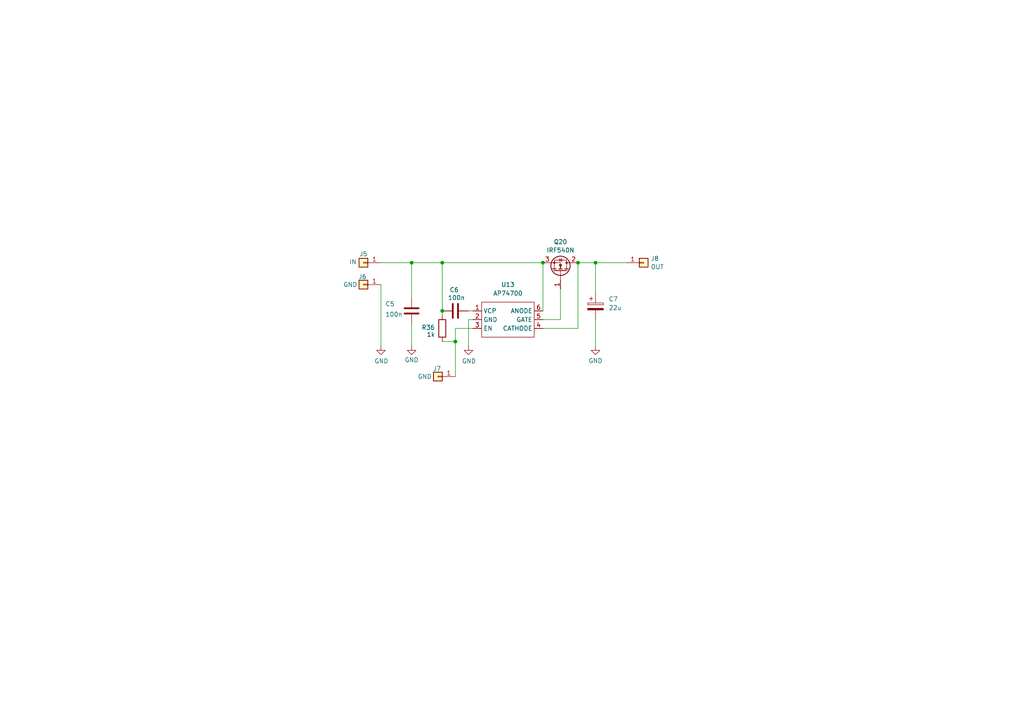
<source format=kicad_sch>
(kicad_sch (version 20231120) (generator "eeschema") (generator_version "8.0")
  (paper "A4")
  (lib_symbols
    (symbol "Connector_Generic:Conn_01x01" (pin_names (offset 1.016) hide)
      (property "Reference" "J" (at 0 2.54 0))
      (property "Value" "Conn_01x01" (at 0 -2.54 0))
      (symbol "Conn_01x01_1_1"
        (rectangle (start -1.27 0.127) (end 0 -0.127) (stroke (width 0.1524)))
        (rectangle (start -1.27 1.27) (end 1.27 -1.27) (stroke (width 0.254)) (fill (type background)))
        (pin passive line (at -5.08 0 0) (length 3.81) (name "Pin_1") (number "1"))
      )
    )
    (symbol "Device:C" (pin_numbers hide) (pin_names (offset 0.254))
      (property "Reference" "C" (at 0.635 2.54 0))
      (property "Value" "C" (at 0.635 -2.54 0))
      (symbol "C_0_1"
        (polyline (pts (xy -2.032 -0.762) (xy 2.032 -0.762)) (stroke (width 0.508)))
        (polyline (pts (xy -2.032 0.762) (xy 2.032 0.762)) (stroke (width 0.508)))
      )
      (symbol "C_1_1"
        (pin passive line (at 0 3.81 270) (length 2.794) (name "~") (number "1"))
        (pin passive line (at 0 -3.81 90) (length 2.794) (name "~") (number "2"))
      )
    )
    (symbol "Device:C_Polarized" (pin_numbers hide) (pin_names (offset 0.254))
      (property "Reference" "C" (at 0.635 2.54 0))
      (property "Value" "C_Polarized" (at 0.635 -2.54 0))
      (symbol "C_Polarized_0_1"
        (rectangle (start -2.286 0.508) (end 2.286 1.016))
        (polyline (pts (xy -1.778 2.286) (xy -0.762 2.286)))
        (polyline (pts (xy -1.27 2.794) (xy -1.27 1.778)))
        (rectangle (start 2.286 -0.508) (end -2.286 -1.016) (fill (type outline)))
      )
      (symbol "C_Polarized_1_1"
        (pin passive line (at 0 3.81 270) (length 2.794) (name "~") (number "1"))
        (pin passive line (at 0 -3.81 90) (length 2.794) (name "~") (number "2"))
      )
    )
    (symbol "Device:R" (pin_numbers hide) (pin_names (offset 0))
      (property "Reference" "R" (at 2.032 0 90))
      (property "Value" "R" (at 0 0 90))
      (symbol "R_0_1"
        (rectangle (start -1.016 -2.54) (end 1.016 2.54) (stroke (width 0.254)))
      )
      (symbol "R_1_1"
        (pin passive line (at 0 3.81 270) (length 1.27) (name "~") (number "1"))
        (pin passive line (at 0 -3.81 90) (length 1.27) (name "~") (number "2"))
      )
    )
    (symbol "My-Lib:AP74700"
      (property "Reference" "U" (at -6.858 8.128 0))
      (property "Value" "AP74700" (at -3.302 6.096 0))
      (symbol "AP74700_0_1"
        (rectangle (start -7.62 5.08) (end 7.62 -5.08))
      )
      (symbol "AP74700_1_1"
        (pin input line (at -10.16 2.54 0) (length 2.54) (name "VCP") (number "1"))
        (pin input line (at -10.16 0 0) (length 2.54) (name "GND") (number "2"))
        (pin input line (at -10.16 -2.54 0) (length 2.54) (name "EN") (number "3"))
        (pin input line (at 10.16 -2.54 180) (length 2.54) (name "CATHODE") (number "4"))
        (pin input line (at 10.16 0 180) (length 2.54) (name "GATE") (number "5"))
        (pin input line (at 10.16 2.54 180) (length 2.54) (name "ANODE") (number "6"))
      )
    )
    (symbol "Transistor_FET:IRF540N" (pin_names hide)
      (property "Reference" "Q" (at 5.08 1.905 0))
      (property "Value" "IRF540N" (at 5.08 0 0))
      (symbol "IRF540N_0_1"
        (polyline (pts (xy 0.254 0) (xy -2.54 0)))
        (polyline (pts (xy 0.254 1.905) (xy 0.254 -1.905)) (stroke (width 0.254)))
        (polyline (pts (xy 0.762 -1.27) (xy 0.762 -2.286)) (stroke (width 0.254)))
        (polyline (pts (xy 0.762 0.508) (xy 0.762 -0.508)) (stroke (width 0.254)))
        (polyline (pts (xy 0.762 2.286) (xy 0.762 1.27)) (stroke (width 0.254)))
        (polyline (pts (xy 2.54 2.54) (xy 2.54 1.778)))
        (polyline (pts (xy 2.54 -2.54) (xy 2.54 0) (xy 0.762 0)))
        (polyline (pts (xy 0.762 -1.778) (xy 3.302 -1.778) (xy 3.302 1.778) (xy 0.762 1.778)))
        (polyline (pts (xy 1.016 0) (xy 2.032 0.381) (xy 2.032 -0.381) (xy 1.016 0)) (fill (type outline)))
        (polyline (pts (xy 2.794 0.508) (xy 2.921 0.381) (xy 3.683 0.381) (xy 3.81 0.254)))
        (polyline (pts (xy 3.302 0.381) (xy 2.921 -0.254) (xy 3.683 -0.254) (xy 3.302 0.381)))
        (circle (center 1.651 0) (radius 2.794) (stroke (width 0.254)))
        (circle (center 2.54 -1.778) (radius 0.254) (fill (type outline)))
        (circle (center 2.54 1.778) (radius 0.254) (fill (type outline)))
      )
      (symbol "IRF540N_1_1"
        (pin input line (at -5.08 0 0) (length 2.54) (name "G") (number "1"))
        (pin passive line (at 2.54 5.08 270) (length 2.54) (name "D") (number "2"))
        (pin passive line (at 2.54 -5.08 90) (length 2.54) (name "S") (number "3"))
      )
    )
    (symbol "emosystem-probe-rescue:GND-power" (power) (pin_names (offset 0))
      (property "Value" "power_GND" (at 0 -3.81 0))
      (symbol "GND-power_0_1"
        (polyline (pts (xy 0 0) (xy 0 -1.27) (xy 1.27 -1.27) (xy 0 -2.54) (xy -1.27 -1.27) (xy 0 -1.27)))
      )
      (symbol "GND-power_1_1"
        (pin power_in line (at 0 0 270) (length 0) hide (name "GND") (number "1"))
      )
    )
  )
  (junction (at 157.48 76.2))
  (junction (at 172.72 76.2))
  (junction (at 167.64 76.2))
  (junction (at 119.38 76.2))
  (junction (at 128.27 76.2))
  (junction (at 128.27 90.17))
  (junction (at 132.08 99.06))
  (wire (pts (xy 128.27 90.17) (xy 128.27 91.44)))
  (wire (pts (xy 135.89 100.33) (xy 135.89 92.71)))
  (wire (pts (xy 128.27 99.06) (xy 132.08 99.06)))
  (wire (pts (xy 128.27 76.2) (xy 128.27 90.17)))
  (wire (pts (xy 128.27 76.2) (xy 157.48 76.2)))
  (wire (pts (xy 119.38 93.98) (xy 119.38 100.33)))
  (wire (pts (xy 110.49 82.55) (xy 110.49 100.33)))
  (wire (pts (xy 162.56 92.71) (xy 162.56 83.82)))
  (wire (pts (xy 172.72 92.71) (xy 172.72 100.33)))
  (wire (pts (xy 132.08 95.25) (xy 137.16 95.25)))
  (wire (pts (xy 157.48 95.25) (xy 167.64 95.25)))
  (wire (pts (xy 157.48 90.17) (xy 157.48 76.2)))
  (wire (pts (xy 132.08 99.06) (xy 132.08 95.25)))
  (wire (pts (xy 135.89 90.17) (xy 137.16 90.17)))
  (wire (pts (xy 119.38 76.2) (xy 128.27 76.2)))
  (wire (pts (xy 172.72 76.2) (xy 181.61 76.2)))
  (wire (pts (xy 167.64 95.25) (xy 167.64 76.2)))
  (wire (pts (xy 172.72 76.2) (xy 172.72 85.09)))
  (wire (pts (xy 157.48 92.71) (xy 162.56 92.71)))
  (wire (pts (xy 110.49 76.2) (xy 119.38 76.2)))
  (wire (pts (xy 135.89 92.71) (xy 137.16 92.71)))
  (wire (pts (xy 132.08 109.22) (xy 132.08 99.06)))
  (wire (pts (xy 167.64 76.2) (xy 172.72 76.2)))
  (wire (pts (xy 119.38 76.2) (xy 119.38 86.36)))
  (symbol (lib_id "My-Lib:AP74700") (at 147.32 92.71 0) (unit 1)
    (property "Reference" "U13" (at 147.32 82.55 0))
    (property "Value" "AP74700" (at 147.32 85.09 0))
    (property "Footprint" "Package_TO_SOT_SMD:SOT-23-6_Handsoldering" (effects (hide yes)))
  )
  (symbol (lib_id "Connector_Generic:Conn_01x01") (at 127 109.22 180) (unit 1)
    (property "Reference" "J7" (at 126.746 106.934 0))
    (property "Value" "GND" (at 123.19 109.22 0))
    (property "Footprint" "Connector_Pin:Pin_D1.0mm_L10.0mm" (effects (hide yes)))
    (property "Description" "Generic connector, single row, 01x01, script generated (kicad-library-utils/schlib/autogen/connector/)" (effects (hide yes)))
  )
  (symbol (lib_id "Device:C") (at 119.38 90.17 0) (unit 1)
    (property "Reference" "C5" (at 111.76 88.138 0) (effects (justify left)))
    (property "Value" "100n" (at 111.76 91.186 0) (effects (justify left)))
    (property "Footprint" "Capacitor_SMD:C_0805_2012Metric_Pad1.18x1.45mm_HandSolder" (effects (hide yes)))
    (property "Description" "Unpolarized capacitor" (effects (hide yes)))
  )
  (symbol (lib_id "Device:R") (at 128.27 95.25 180) (unit 1)
    (property "Reference" "R36" (at 124.206 94.996 0))
    (property "Value" "1k" (at 124.968 97.028 0))
    (property "Footprint" "Resistor_SMD:R_0805_2012Metric_Pad1.20x1.40mm_HandSolder" (effects (hide yes)))
  )
  (symbol (lib_id "Device:C") (at 132.08 90.17 90) (unit 1)
    (property "Reference" "C6" (at 133.096 84.074 90) (effects (justify left)))
    (property "Value" "100n" (at 134.874 86.36 90) (effects (justify left)))
    (property "Footprint" "Capacitor_SMD:C_0805_2012Metric_Pad1.18x1.45mm_HandSolder" (effects (hide yes)))
    (property "Description" "Unpolarized capacitor" (effects (hide yes)))
  )
  (symbol (lib_id "Connector_Generic:Conn_01x01") (at 105.41 76.2 180) (unit 1)
    (property "Reference" "J5" (at 105.41 73.66 0))
    (property "Value" "IN" (at 102.362 75.946 0))
    (property "Footprint" "Connector_Pin:Pin_D1.4mm_L8.5mm_W2.8mm_FlatFork" (effects (hide yes)))
    (property "Description" "Generic connector, single row, 01x01, script generated (kicad-library-utils/schlib/autogen/connector/)" (effects (hide yes)))
  )
  (symbol (lib_id "emosystem-probe-rescue:GND-power") (at 172.72 100.33 0) (unit 1)
    (property "Reference" "#PWR045" (effects (hide yes)))
    (property "Value" "GND" (at 172.72 104.648 0))
  )
  (symbol (lib_id "Connector_Generic:Conn_01x01") (at 105.41 82.55 180) (unit 1)
    (property "Reference" "J6" (at 105.156 80.264 0))
    (property "Value" "GND" (at 101.6 82.55 0))
    (property "Footprint" "Connector_Pin:Pin_D1.4mm_L8.5mm_W2.8mm_FlatFork" (effects (hide yes)))
    (property "Description" "Generic connector, single row, 01x01, script generated (kicad-library-utils/schlib/autogen/connector/)" (effects (hide yes)))
  )
  (symbol (lib_id "emosystem-probe-rescue:GND-power") (at 119.38 100.33 0) (unit 1)
    (property "Reference" "#PWR043" (effects (hide yes)))
    (property "Value" "GND" (at 119.38 104.394 0))
  )
  (symbol (lib_id "emosystem-probe-rescue:GND-power") (at 110.49 100.33 0) (unit 1)
    (property "Reference" "#PWR042" (effects (hide yes)))
    (property "Value" "GND" (at 110.617 104.7242 0))
  )
  (symbol (lib_id "Device:C_Polarized") (at 172.72 88.9 0) (unit 1)
    (property "Reference" "C7" (at 176.53 86.7409 0) (effects (justify left)))
    (property "Value" "22u" (at 176.53 89.2809 0) (effects (justify left)))
    (property "Footprint" "Capacitor_Tantalum_SMD:CP_EIA-3528-21_Kemet-B" (effects (hide yes)))
    (property "Description" "Polarized capacitor" (effects (hide yes)))
  )
  (symbol (lib_id "Transistor_FET:IRF540N") (at 162.56 78.74 270) (mirror x) (unit 1)
    (property "Reference" "Q20" (at 162.56 70.1505 90))
    (property "Value" "IRF540N" (at 162.56 72.5748 90))
    (property "Footprint" "Package_TO_SOT_THT:TO-220-3_Vertical" (effects (hide yes)))
    (property "Datasheet" "http://www.irf.com/product-info/datasheets/data/irf540n.pdf" (effects (hide yes)))
    (property "Description" "33A Id, 100V Vds, HEXFET N-Channel MOSFET, TO-220" (effects (hide yes)))
  )
  (symbol (lib_id "emosystem-probe-rescue:GND-power") (at 135.89 100.33 0) (unit 1)
    (property "Reference" "#PWR044" (effects (hide yes)))
    (property "Value" "GND" (at 136.017 104.7242 0))
  )
  (symbol (lib_id "Connector_Generic:Conn_01x01") (at 186.69 76.2 0) (unit 1)
    (property "Reference" "J8" (at 188.722 74.9878 0) (effects (justify left)))
    (property "Value" "OUT" (at 188.722 77.4121 0) (effects (justify left)))
    (property "Footprint" "Connector_Pin:Pin_D1.4mm_L8.5mm_W2.8mm_FlatFork" (effects (hide yes)))
    (property "Description" "Generic connector, single row, 01x01, script generated (kicad-library-utils/schlib/autogen/connector/)" (effects (hide yes)))
  )
)
</source>
